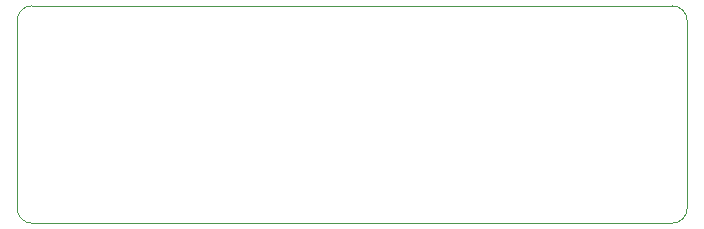
<source format=gbr>
G04 #@! TF.GenerationSoftware,KiCad,Pcbnew,5.1.10-1.fc33*
G04 #@! TF.CreationDate,2021-10-10T14:47:09-05:00*
G04 #@! TF.ProjectId,lvds_pmod,6c766473-5f70-46d6-9f64-2e6b69636164,A*
G04 #@! TF.SameCoordinates,Original*
G04 #@! TF.FileFunction,Profile,NP*
%FSLAX46Y46*%
G04 Gerber Fmt 4.6, Leading zero omitted, Abs format (unit mm)*
G04 Created by KiCad (PCBNEW 5.1.10-1.fc33) date 2021-10-10 14:47:09*
%MOMM*%
%LPD*%
G01*
G04 APERTURE LIST*
G04 #@! TA.AperFunction,Profile*
%ADD10C,0.050000*%
G04 #@! TD*
G04 APERTURE END LIST*
D10*
X181195000Y-99695000D02*
G75*
G02*
X179925000Y-100965000I-1270000J0D01*
G01*
X125730000Y-100965000D02*
G75*
G02*
X124460000Y-99695000I0J1270000D01*
G01*
X124460000Y-83820000D02*
G75*
G02*
X125730000Y-82550000I1270000J0D01*
G01*
X179925000Y-82550000D02*
G75*
G02*
X181195000Y-83820000I0J-1270000D01*
G01*
X181195000Y-99695000D02*
X181195000Y-83820000D01*
X125730000Y-100965000D02*
X179925000Y-100965000D01*
X125730000Y-82550000D02*
X179925000Y-82550000D01*
X124460000Y-83820000D02*
X124460000Y-99695000D01*
M02*

</source>
